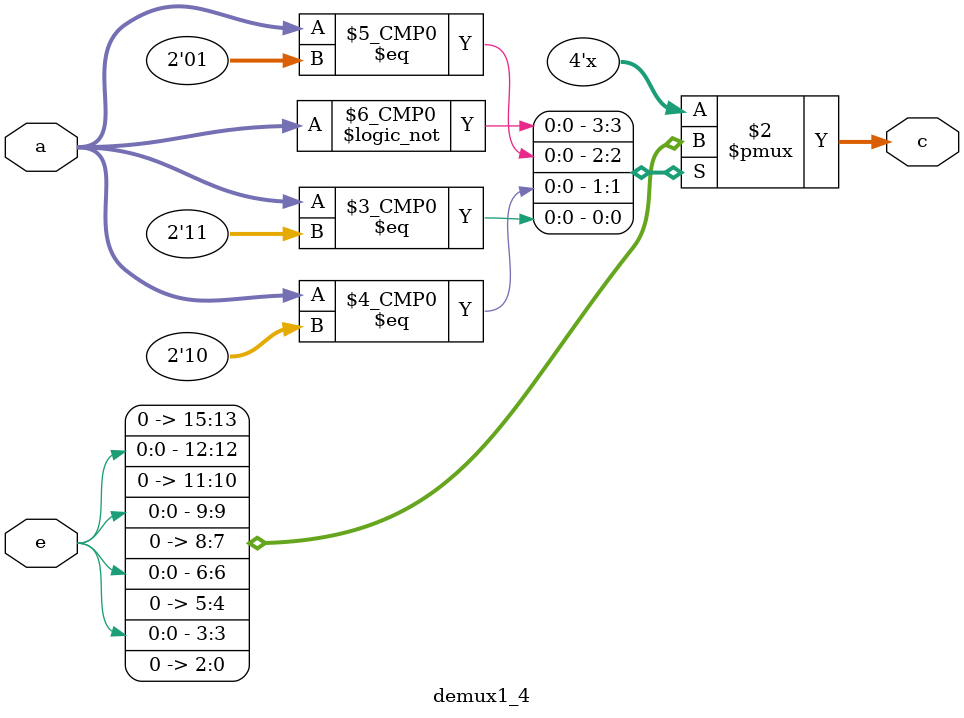
<source format=v>
`timescale 1ns / 1ps

module demux1_4(
    input wire [1:0]a,
    input wire e,
    output reg [3:0]c
    );
    always @(*) begin
        case(a)
            2'd0: begin c = {3'b000, e      }; end
            2'd1: begin c = {2'b00, e, 1'b0 }; end
            2'd2: begin c = {1'b0, e, 2'b00 }; end
            2'd3: begin c = {e, 3'b000      }; end
        endcase
    end
endmodule

</source>
